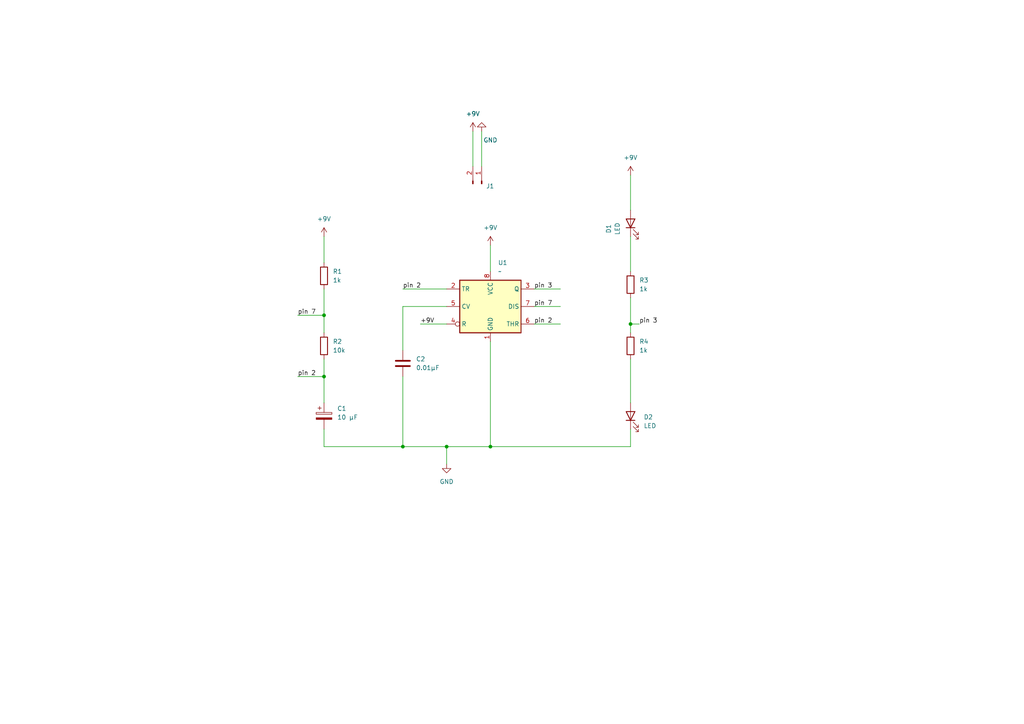
<source format=kicad_sch>
(kicad_sch (version 20230121) (generator eeschema)
  (paper "A4")
  (lib_symbols
    (symbol "Connector:Conn_01x02_Pin" (pin_names (offset 1.016) hide)
      (property "Reference" "J" (at 0 2.54 0))
      (property "Value" "Conn_01x02_Pin" (at 0 -5.08 0))
      (symbol "Conn_01x02_Pin_1_1"
        (polyline (pts (xy 1.27 -2.54) (xy 0.8636 -2.54)) (stroke (width 0.1524)))
        (polyline (pts (xy 1.27 0) (xy 0.8636 0)) (stroke (width 0.1524)))
        (rectangle (start 0.8636 -2.413) (end 0 -2.667) (stroke (width 0.1524)) (fill (type outline)))
        (rectangle (start 0.8636 0.127) (end 0 -0.127) (stroke (width 0.1524)) (fill (type outline)))
        (pin passive line (at 5.08 0 180) (length 3.81) (name "Pin_1") (number "1"))
        (pin passive line (at 5.08 -2.54 180) (length 3.81) (name "Pin_2") (number "2"))
      )
    )
    (symbol "Device:C" (pin_numbers hide) (pin_names (offset 0.254))
      (property "Reference" "C" (at 0.635 2.54 0))
      (property "Value" "C" (at 0.635 -2.54 0))
      (symbol "C_0_1"
        (polyline (pts (xy -2.032 -0.762) (xy 2.032 -0.762)) (stroke (width 0.508)))
        (polyline (pts (xy -2.032 0.762) (xy 2.032 0.762)) (stroke (width 0.508)))
      )
      (symbol "C_1_1"
        (pin passive line (at 0 3.81 270) (length 2.794) (name "~") (number "1"))
        (pin passive line (at 0 -3.81 90) (length 2.794) (name "~") (number "2"))
      )
    )
    (symbol "Device:C_Polarized" (pin_numbers hide) (pin_names (offset 0.254))
      (property "Reference" "C" (at 0.635 2.54 0))
      (property "Value" "C_Polarized" (at 0.635 -2.54 0))
      (symbol "C_Polarized_0_1"
        (rectangle (start -2.286 0.508) (end 2.286 1.016))
        (polyline (pts (xy -1.778 2.286) (xy -0.762 2.286)))
        (polyline (pts (xy -1.27 2.794) (xy -1.27 1.778)))
        (rectangle (start 2.286 -0.508) (end -2.286 -1.016) (fill (type outline)))
      )
      (symbol "C_Polarized_1_1"
        (pin passive line (at 0 3.81 270) (length 2.794) (name "~") (number "1"))
        (pin passive line (at 0 -3.81 90) (length 2.794) (name "~") (number "2"))
      )
    )
    (symbol "Device:LED" (pin_numbers hide) (pin_names (offset 1.016) hide)
      (property "Reference" "D" (at 0 2.54 0))
      (property "Value" "LED" (at 0 -2.54 0))
      (symbol "LED_0_1"
        (polyline (pts (xy -1.27 -1.27) (xy -1.27 1.27)) (stroke (width 0.254)))
        (polyline (pts (xy -1.27 0) (xy 1.27 0)))
        (polyline (pts (xy 1.27 -1.27) (xy 1.27 1.27) (xy -1.27 0) (xy 1.27 -1.27)) (stroke (width 0.254)))
        (polyline (pts (xy -3.048 -0.762) (xy -4.572 -2.286) (xy -3.81 -2.286) (xy -4.572 -2.286) (xy -4.572 -1.524)))
        (polyline (pts (xy -1.778 -0.762) (xy -3.302 -2.286) (xy -2.54 -2.286) (xy -3.302 -2.286) (xy -3.302 -1.524)))
      )
      (symbol "LED_1_1"
        (pin passive line (at -3.81 0 0) (length 2.54) (name "K") (number "1"))
        (pin passive line (at 3.81 0 180) (length 2.54) (name "A") (number "2"))
      )
    )
    (symbol "Device:R" (pin_numbers hide) (pin_names (offset 0))
      (property "Reference" "R" (at 2.032 0 90))
      (property "Value" "R" (at 0 0 90))
      (symbol "R_0_1"
        (rectangle (start -1.016 -2.54) (end 1.016 2.54) (stroke (width 0.254)))
      )
      (symbol "R_1_1"
        (pin passive line (at 0 3.81 270) (length 1.27) (name "~") (number "1"))
        (pin passive line (at 0 -3.81 90) (length 1.27) (name "~") (number "2"))
      )
    )
    (symbol "Timer:NE555D"
      (property "Reference" "U" (at -10.16 8.89 0))
      (property "Value" "NE555D" (at 2.54 8.89 0))
      (symbol "NE555D_0_0"
        (pin power_in line (at 0 -10.16 90) (length 2.54) (name "GND") (number "1"))
        (pin power_in line (at 0 10.16 270) (length 2.54) (name "VCC") (number "8"))
      )
      (symbol "NE555D_0_1"
        (rectangle (start -8.89 -7.62) (end 8.89 7.62) (stroke (width 0.254)) (fill (type background)))
        (rectangle (start -8.89 -7.62) (end 8.89 7.62) (stroke (width 0.254)) (fill (type background)))
      )
      (symbol "NE555D_1_1"
        (pin input line (at -12.7 5.08 0) (length 3.81) (name "TR") (number "2"))
        (pin output line (at 12.7 5.08 180) (length 3.81) (name "Q") (number "3"))
        (pin input inverted (at -12.7 -5.08 0) (length 3.81) (name "R") (number "4"))
        (pin input line (at -12.7 0 0) (length 3.81) (name "CV") (number "5"))
        (pin input line (at 12.7 -5.08 180) (length 3.81) (name "THR") (number "6"))
        (pin input line (at 12.7 0 180) (length 3.81) (name "DIS") (number "7"))
      )
    )
    (symbol "power:+9V" (power) (pin_names (offset 0))
      (property "Value" "+9V" (at 0 3.556 0))
      (symbol "+9V_0_1"
        (polyline (pts (xy -0.762 1.27) (xy 0 2.54)))
        (polyline (pts (xy 0 0) (xy 0 2.54)))
        (polyline (pts (xy 0 2.54) (xy 0.762 1.27)))
      )
      (symbol "+9V_1_1"
        (pin power_in line (at 0 0 90) (length 0) hide (name "+9V") (number "1"))
      )
    )
    (symbol "power:GND" (power) (pin_names (offset 0))
      (property "Value" "GND" (at 0 -3.81 0))
      (symbol "GND_0_1"
        (polyline (pts (xy 0 0) (xy 0 -1.27) (xy 1.27 -1.27) (xy 0 -2.54) (xy -1.27 -1.27) (xy 0 -1.27)))
      )
      (symbol "GND_1_1"
        (pin power_in line (at 0 0 270) (length 0) hide (name "GND") (number "1"))
      )
    )
  )
  (junction (at 116.84 129.54))
  (junction (at 182.88 93.98))
  (junction (at 93.98 91.44))
  (junction (at 93.98 109.22))
  (junction (at 129.54 129.54))
  (junction (at 142.24 129.54))
  (wire (pts (xy 121.92 93.98) (xy 129.54 93.98)))
  (wire (pts (xy 93.98 91.44) (xy 93.98 96.52)))
  (wire (pts (xy 137.16 38.1) (xy 137.16 48.26)))
  (wire (pts (xy 129.54 88.9) (xy 116.84 88.9)))
  (wire (pts (xy 93.98 109.22) (xy 93.98 116.84)))
  (wire (pts (xy 93.98 129.54) (xy 116.84 129.54)))
  (wire (pts (xy 142.24 99.06) (xy 142.24 129.54)))
  (wire (pts (xy 86.36 91.44) (xy 93.98 91.44)))
  (wire (pts (xy 93.98 124.46) (xy 93.98 129.54)))
  (wire (pts (xy 154.94 88.9) (xy 162.56 88.9)))
  (wire (pts (xy 182.88 93.98) (xy 182.88 96.52)))
  (wire (pts (xy 182.88 104.14) (xy 182.88 116.84)))
  (wire (pts (xy 142.24 71.12) (xy 142.24 78.74)))
  (wire (pts (xy 154.94 93.98) (xy 162.56 93.98)))
  (wire (pts (xy 116.84 88.9) (xy 116.84 101.6)))
  (wire (pts (xy 142.24 129.54) (xy 182.88 129.54)))
  (wire (pts (xy 86.36 109.22) (xy 93.98 109.22)))
  (wire (pts (xy 93.98 68.58) (xy 93.98 76.2)))
  (wire (pts (xy 182.88 50.8) (xy 182.88 60.96)))
  (wire (pts (xy 182.88 68.58) (xy 182.88 78.74)))
  (wire (pts (xy 182.88 86.36) (xy 182.88 93.98)))
  (wire (pts (xy 129.54 129.54) (xy 129.54 134.62)))
  (wire (pts (xy 93.98 104.14) (xy 93.98 109.22)))
  (wire (pts (xy 116.84 83.82) (xy 129.54 83.82)))
  (wire (pts (xy 182.88 124.46) (xy 182.88 129.54)))
  (wire (pts (xy 154.94 83.82) (xy 162.56 83.82)))
  (wire (pts (xy 129.54 129.54) (xy 142.24 129.54)))
  (wire (pts (xy 182.88 93.98) (xy 185.42 93.98)))
  (wire (pts (xy 116.84 129.54) (xy 129.54 129.54)))
  (wire (pts (xy 139.7 38.1) (xy 139.7 48.26)))
  (wire (pts (xy 93.98 83.82) (xy 93.98 91.44)))
  (wire (pts (xy 116.84 109.22) (xy 116.84 129.54)))
  (label "pin 2" (at 154.94 93.98 0))
  (label "pin 2" (at 116.84 83.82 0))
  (label "pin 2" (at 86.36 109.22 0))
  (label "pin 7" (at 154.94 88.9 0))
  (label "+9V" (at 121.92 93.98 0))
  (label "pin 3" (at 185.42 93.98 0))
  (label "pin 7" (at 86.36 91.44 0))
  (label "pin 3" (at 154.94 83.82 0))
  (symbol (lib_id "power:+9V") (at 182.88 50.8 0) (unit 1)
    (property "Reference" "#PWR05" (effects hide))
    (property "Value" "+9V" (at 182.88 45.72 0))
  )
  (symbol (lib_id "Device:LED") (at 182.88 120.65 90) (unit 1)
    (property "Reference" "D2" (at 186.69 120.9675 90) (effects (justify right)))
    (property "Value" "LED" (at 186.69 123.5075 90) (effects (justify right)))
    (property "Footprint" "LED_SMD:LED_1206_3216Metric_Pad1.42x1.75mm_HandSolder" (effects hide))
  )
  (symbol (lib_id "Device:R") (at 182.88 82.55 0) (unit 1)
    (property "Reference" "R3" (at 185.42 81.28 0) (effects (justify left)))
    (property "Value" "1k" (at 185.42 83.82 0) (effects (justify left)))
    (property "Footprint" "Resistor_SMD:R_0805_2012Metric_Pad1.20x1.40mm_HandSolder" (effects hide))
  )
  (symbol (lib_id "Device:R") (at 93.98 80.01 0) (unit 1)
    (property "Reference" "R1" (at 96.52 78.74 0) (effects (justify left)))
    (property "Value" "1k" (at 96.52 81.28 0) (effects (justify left)))
    (property "Footprint" "Resistor_SMD:R_0805_2012Metric_Pad1.20x1.40mm_HandSolder" (effects hide))
  )
  (symbol (lib_id "Device:LED") (at 182.88 64.77 90) (unit 1)
    (property "Reference" "D1" (at 176.53 66.3575 0))
    (property "Value" "LED" (at 179.07 66.3575 0))
    (property "Footprint" "LED_SMD:LED_1206_3216Metric_Pad1.42x1.75mm_HandSolder" (effects hide))
  )
  (symbol (lib_id "power:+9V") (at 137.16 38.1 0) (unit 1)
    (property "Reference" "#PWR04" (effects hide))
    (property "Value" "+9V" (at 137.16 33.02 0))
  )
  (symbol (lib_id "Device:R") (at 182.88 100.33 0) (unit 1)
    (property "Reference" "R4" (at 185.42 99.06 0) (effects (justify left)))
    (property "Value" "1k" (at 185.42 101.6 0) (effects (justify left)))
    (property "Footprint" "Resistor_SMD:R_0805_2012Metric_Pad1.20x1.40mm_HandSolder" (effects hide))
  )
  (symbol (lib_id "power:+9V") (at 142.24 71.12 0) (unit 1)
    (property "Reference" "#PWR06" (effects hide))
    (property "Value" "+9V" (at 142.24 66.04 0))
  )
  (symbol (lib_id "Device:C_Polarized") (at 93.98 120.65 0) (unit 1)
    (property "Reference" "C1" (at 97.79 118.491 0) (effects (justify left)))
    (property "Value" "10 µF" (at 97.79 121.031 0) (effects (justify left)))
    (property "Footprint" "Capacitor_Tantalum_SMD:CP_EIA-3216-18_Kemet-A_Pad1.58x1.35mm_HandSolder" (effects hide))
  )
  (symbol (lib_id "Device:C") (at 116.84 105.41 0) (unit 1)
    (property "Reference" "C2" (at 120.65 104.14 0) (effects (justify left)))
    (property "Value" "0.01µF" (at 120.65 106.68 0) (effects (justify left)))
    (property "Footprint" "Capacitor_SMD:C_0805_2012Metric_Pad1.18x1.45mm_HandSolder" (effects hide))
  )
  (symbol (lib_id "power:GND") (at 139.7 38.1 180) (unit 1)
    (property "Reference" "#PWR02" (effects hide))
    (property "Value" "GND" (at 142.24 40.64 0))
  )
  (symbol (lib_id "Connector:Conn_01x02_Pin") (at 139.7 53.34 270) (mirror x) (unit 1)
    (property "Reference" "J1" (at 140.97 53.975 90) (effects (justify left)))
    (property "Value" "+9V" (effects hide))
    (property "Footprint" "Connector_JST:JST_EH_S2B-EH_1x02_P2.50mm_Horizontal" (effects hide))
  )
  (symbol (lib_id "power:GND") (at 129.54 134.62 0) (unit 1)
    (property "Reference" "#PWR01" (effects hide))
    (property "Value" "GND" (at 129.54 139.7 0))
  )
  (symbol (lib_id "Timer:NE555D") (at 142.24 88.9 0) (unit 1)
    (property "Reference" "U1" (at 144.4341 76.2 0) (effects (justify left)))
    (property "Value" "~" (at 144.4341 78.74 0) (effects (justify left)))
    (property "Footprint" "Package_SO:SOIC-8-1EP_3.9x4.9mm_P1.27mm_EP2.29x3mm" (effects hide))
    (property "Datasheet" "http://www.ti.com/lit/ds/symlink/ne555.pdf" (effects hide))
  )
  (symbol (lib_id "power:+9V") (at 93.98 68.58 0) (unit 1)
    (property "Reference" "#PWR03" (effects hide))
    (property "Value" "+9V" (at 93.98 63.5 0))
  )
  (symbol (lib_id "Device:R") (at 93.98 100.33 0) (unit 1)
    (property "Reference" "R2" (at 96.52 99.06 0) (effects (justify left)))
    (property "Value" "10k" (at 96.52 101.6 0) (effects (justify left)))
    (property "Footprint" "Resistor_SMD:R_0805_2012Metric_Pad1.20x1.40mm_HandSolder" (effects hide))
  )
)
</source>
